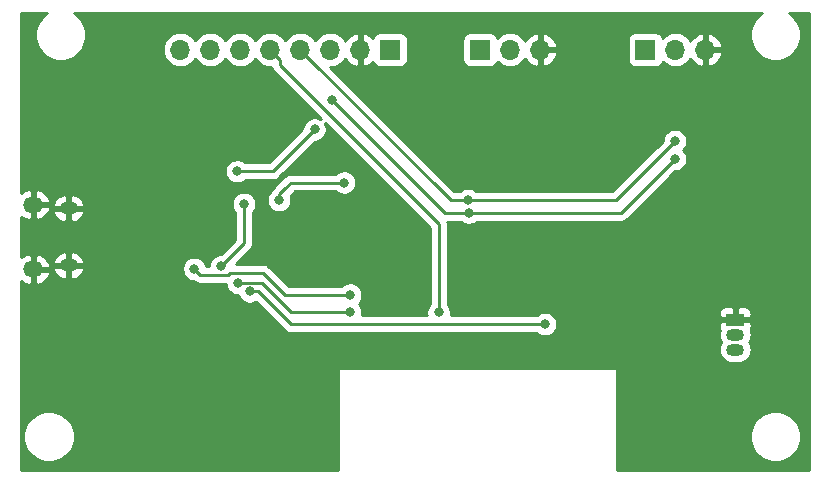
<source format=gbr>
G04 #@! TF.GenerationSoftware,KiCad,Pcbnew,(5.1.4)-1*
G04 #@! TF.CreationDate,2020-02-15T22:34:10+00:00*
G04 #@! TF.ProjectId,ESP32-Telemetry,45535033-322d-4546-956c-656d65747279,rev?*
G04 #@! TF.SameCoordinates,Original*
G04 #@! TF.FileFunction,Copper,L2,Bot*
G04 #@! TF.FilePolarity,Positive*
%FSLAX46Y46*%
G04 Gerber Fmt 4.6, Leading zero omitted, Abs format (unit mm)*
G04 Created by KiCad (PCBNEW (5.1.4)-1) date 2020-02-15 22:34:10*
%MOMM*%
%LPD*%
G04 APERTURE LIST*
%ADD10R,1.700000X1.700000*%
%ADD11O,1.700000X1.700000*%
%ADD12O,1.500000X1.050000*%
%ADD13R,1.500000X1.050000*%
%ADD14O,1.500000X1.100000*%
%ADD15O,1.700000X1.350000*%
%ADD16C,0.800000*%
%ADD17C,0.250000*%
%ADD18C,0.254000*%
G04 APERTURE END LIST*
D10*
X157500000Y-71750000D03*
D11*
X160040000Y-71750000D03*
X162580000Y-71750000D03*
D12*
X165100000Y-95885000D03*
X165100000Y-97155000D03*
D13*
X165100000Y-94615000D03*
D14*
X108666600Y-85185000D03*
X108666600Y-90025000D03*
D15*
X105666600Y-84875000D03*
X105666600Y-90335000D03*
D10*
X135890000Y-71750000D03*
D11*
X133350000Y-71750000D03*
X130810000Y-71750000D03*
X128270000Y-71750000D03*
X125730000Y-71750000D03*
X123190000Y-71750000D03*
X120650000Y-71750000D03*
X118110000Y-71750000D03*
X148580000Y-71750000D03*
X146040000Y-71750000D03*
D10*
X143500000Y-71750000D03*
D16*
X145288000Y-91440000D03*
X143764000Y-91440000D03*
X142240000Y-91440000D03*
X142240000Y-89916000D03*
X143764000Y-89916000D03*
X145288000Y-89916000D03*
X145288000Y-88392000D03*
X143764000Y-88392000D03*
X142240000Y-88392000D03*
X111506000Y-106426000D03*
X111506000Y-94996000D03*
X120650000Y-106426000D03*
X118618000Y-89154000D03*
X132334000Y-97790000D03*
X153670000Y-97790000D03*
X148590000Y-77724000D03*
X161290000Y-87630000D03*
X157480000Y-100330000D03*
X154305000Y-74930000D03*
X165100000Y-81915000D03*
X165100000Y-83185000D03*
X161290000Y-76200000D03*
X121285000Y-76000000D03*
X116000000Y-76000000D03*
X118500000Y-78500000D03*
X105500000Y-81000000D03*
X119000000Y-96500000D03*
X122000000Y-85000000D03*
X125775000Y-90000000D03*
X129500000Y-78500000D03*
X122931967Y-82047272D03*
X142558953Y-85558953D03*
X160000000Y-81000000D03*
X131000000Y-76000000D03*
X142500000Y-84500000D03*
X160000000Y-79500000D03*
X140000000Y-94000000D03*
X121568437Y-90099371D03*
X123515495Y-84811700D03*
X124000000Y-92225000D03*
X149000000Y-95000000D03*
X126500000Y-84500000D03*
X132000000Y-83000000D03*
X132500000Y-92500000D03*
X119308598Y-90308598D03*
X123000000Y-91500000D03*
X132500000Y-94000000D03*
D17*
X129500000Y-78500000D02*
X125952728Y-82047272D01*
X125952728Y-82047272D02*
X122931967Y-82047272D01*
X142558953Y-85558953D02*
X155441047Y-85558953D01*
X155441047Y-85558953D02*
X160000000Y-81000000D01*
X142558953Y-85558953D02*
X140558953Y-85558953D01*
X140558953Y-85558953D02*
X132500000Y-77500000D01*
X132500000Y-77500000D02*
X131000000Y-76000000D01*
X142500000Y-84500000D02*
X155000000Y-84500000D01*
X155000000Y-84500000D02*
X160000000Y-79500000D01*
X141020000Y-84500000D02*
X128270000Y-71750000D01*
X142500000Y-84500000D02*
X141020000Y-84500000D01*
X126579999Y-72599999D02*
X126579999Y-73079999D01*
X125730000Y-71750000D02*
X126579999Y-72599999D01*
X126579999Y-73079999D02*
X140000000Y-86500000D01*
X140000000Y-86500000D02*
X140000000Y-94000000D01*
X121568437Y-90099371D02*
X123515495Y-88152313D01*
X123515495Y-88152313D02*
X123515495Y-84811700D01*
X124000000Y-92225000D02*
X124725000Y-92225000D01*
X124725000Y-92225000D02*
X127225001Y-94725001D01*
X127225001Y-94725001D02*
X127500000Y-95000000D01*
X127500000Y-95000000D02*
X149000000Y-95000000D01*
X126500000Y-84500000D02*
X126500000Y-84000000D01*
X126500000Y-84000000D02*
X127000000Y-83500000D01*
X127000000Y-83500000D02*
X127500000Y-83000000D01*
X127500000Y-83000000D02*
X132000000Y-83000000D01*
X127000000Y-92500000D02*
X132500000Y-92500000D01*
X122358999Y-90641001D02*
X125141001Y-90641001D01*
X122175628Y-90824372D02*
X122358999Y-90641001D01*
X119308598Y-90308598D02*
X119824372Y-90824372D01*
X119824372Y-90824372D02*
X122175628Y-90824372D01*
X125141001Y-90641001D02*
X127000000Y-92500000D01*
X123000000Y-91500000D02*
X125000000Y-91500000D01*
X125000000Y-91500000D02*
X127500000Y-94000000D01*
X127500000Y-94000000D02*
X132500000Y-94000000D01*
D18*
G36*
X106617023Y-68814837D02*
G01*
X106314837Y-69117023D01*
X106077412Y-69472355D01*
X105913870Y-69867179D01*
X105830497Y-70286323D01*
X105830497Y-70713677D01*
X105913870Y-71132821D01*
X106077412Y-71527645D01*
X106314837Y-71882977D01*
X106617023Y-72185163D01*
X106972355Y-72422588D01*
X107367179Y-72586130D01*
X107786323Y-72669503D01*
X108213677Y-72669503D01*
X108632821Y-72586130D01*
X109027645Y-72422588D01*
X109382977Y-72185163D01*
X109685163Y-71882977D01*
X109774015Y-71750000D01*
X116617815Y-71750000D01*
X116646487Y-72041111D01*
X116731401Y-72321034D01*
X116869294Y-72579014D01*
X117054866Y-72805134D01*
X117280986Y-72990706D01*
X117538966Y-73128599D01*
X117818889Y-73213513D01*
X118037050Y-73235000D01*
X118182950Y-73235000D01*
X118401111Y-73213513D01*
X118681034Y-73128599D01*
X118939014Y-72990706D01*
X119165134Y-72805134D01*
X119350706Y-72579014D01*
X119380000Y-72524209D01*
X119409294Y-72579014D01*
X119594866Y-72805134D01*
X119820986Y-72990706D01*
X120078966Y-73128599D01*
X120358889Y-73213513D01*
X120577050Y-73235000D01*
X120722950Y-73235000D01*
X120941111Y-73213513D01*
X121221034Y-73128599D01*
X121479014Y-72990706D01*
X121705134Y-72805134D01*
X121890706Y-72579014D01*
X121920000Y-72524209D01*
X121949294Y-72579014D01*
X122134866Y-72805134D01*
X122360986Y-72990706D01*
X122618966Y-73128599D01*
X122898889Y-73213513D01*
X123117050Y-73235000D01*
X123262950Y-73235000D01*
X123481111Y-73213513D01*
X123761034Y-73128599D01*
X124019014Y-72990706D01*
X124245134Y-72805134D01*
X124430706Y-72579014D01*
X124460000Y-72524209D01*
X124489294Y-72579014D01*
X124674866Y-72805134D01*
X124900986Y-72990706D01*
X125158966Y-73128599D01*
X125438889Y-73213513D01*
X125657050Y-73235000D01*
X125802950Y-73235000D01*
X125831954Y-73232143D01*
X125874453Y-73372246D01*
X125945025Y-73504275D01*
X126039999Y-73620000D01*
X126068997Y-73643798D01*
X130043710Y-77618512D01*
X129990256Y-77582795D01*
X129801898Y-77504774D01*
X129601939Y-77465000D01*
X129398061Y-77465000D01*
X129198102Y-77504774D01*
X129009744Y-77582795D01*
X128840226Y-77696063D01*
X128696063Y-77840226D01*
X128582795Y-78009744D01*
X128504774Y-78198102D01*
X128465000Y-78398061D01*
X128465000Y-78460198D01*
X125637927Y-81287272D01*
X123635678Y-81287272D01*
X123591741Y-81243335D01*
X123422223Y-81130067D01*
X123233865Y-81052046D01*
X123033906Y-81012272D01*
X122830028Y-81012272D01*
X122630069Y-81052046D01*
X122441711Y-81130067D01*
X122272193Y-81243335D01*
X122128030Y-81387498D01*
X122014762Y-81557016D01*
X121936741Y-81745374D01*
X121896967Y-81945333D01*
X121896967Y-82149211D01*
X121936741Y-82349170D01*
X122014762Y-82537528D01*
X122128030Y-82707046D01*
X122272193Y-82851209D01*
X122441711Y-82964477D01*
X122630069Y-83042498D01*
X122830028Y-83082272D01*
X123033906Y-83082272D01*
X123233865Y-83042498D01*
X123422223Y-82964477D01*
X123591741Y-82851209D01*
X123635678Y-82807272D01*
X125915406Y-82807272D01*
X125952728Y-82810948D01*
X125990050Y-82807272D01*
X125990061Y-82807272D01*
X126101714Y-82796275D01*
X126244975Y-82752818D01*
X126377004Y-82682246D01*
X126492729Y-82587273D01*
X126516532Y-82558269D01*
X129539802Y-79535000D01*
X129601939Y-79535000D01*
X129801898Y-79495226D01*
X129990256Y-79417205D01*
X130159774Y-79303937D01*
X130303937Y-79159774D01*
X130417205Y-78990256D01*
X130495226Y-78801898D01*
X130535000Y-78601939D01*
X130535000Y-78398061D01*
X130495226Y-78198102D01*
X130417205Y-78009744D01*
X130381488Y-77956290D01*
X139240000Y-86814803D01*
X139240001Y-93296288D01*
X139196063Y-93340226D01*
X139082795Y-93509744D01*
X139004774Y-93698102D01*
X138965000Y-93898061D01*
X138965000Y-94101939D01*
X138992462Y-94240000D01*
X133507538Y-94240000D01*
X133535000Y-94101939D01*
X133535000Y-93898061D01*
X133495226Y-93698102D01*
X133417205Y-93509744D01*
X133303937Y-93340226D01*
X133213711Y-93250000D01*
X133303937Y-93159774D01*
X133417205Y-92990256D01*
X133495226Y-92801898D01*
X133535000Y-92601939D01*
X133535000Y-92398061D01*
X133495226Y-92198102D01*
X133417205Y-92009744D01*
X133303937Y-91840226D01*
X133159774Y-91696063D01*
X132990256Y-91582795D01*
X132801898Y-91504774D01*
X132601939Y-91465000D01*
X132398061Y-91465000D01*
X132198102Y-91504774D01*
X132009744Y-91582795D01*
X131840226Y-91696063D01*
X131796289Y-91740000D01*
X127314802Y-91740000D01*
X125704805Y-90130004D01*
X125681002Y-90101000D01*
X125565277Y-90006027D01*
X125433248Y-89935455D01*
X125289987Y-89891998D01*
X125178334Y-89881001D01*
X125178323Y-89881001D01*
X125141001Y-89877325D01*
X125103679Y-89881001D01*
X122861608Y-89881001D01*
X124026499Y-88716111D01*
X124055496Y-88692314D01*
X124150469Y-88576589D01*
X124221041Y-88444560D01*
X124264498Y-88301299D01*
X124275495Y-88189646D01*
X124275495Y-88189636D01*
X124279171Y-88152313D01*
X124275495Y-88114990D01*
X124275495Y-85515411D01*
X124319432Y-85471474D01*
X124432700Y-85301956D01*
X124510721Y-85113598D01*
X124550495Y-84913639D01*
X124550495Y-84709761D01*
X124510721Y-84509802D01*
X124464437Y-84398061D01*
X125465000Y-84398061D01*
X125465000Y-84601939D01*
X125504774Y-84801898D01*
X125582795Y-84990256D01*
X125696063Y-85159774D01*
X125840226Y-85303937D01*
X126009744Y-85417205D01*
X126198102Y-85495226D01*
X126398061Y-85535000D01*
X126601939Y-85535000D01*
X126801898Y-85495226D01*
X126990256Y-85417205D01*
X127159774Y-85303937D01*
X127303937Y-85159774D01*
X127417205Y-84990256D01*
X127495226Y-84801898D01*
X127535000Y-84601939D01*
X127535000Y-84398061D01*
X127495226Y-84198102D01*
X127460510Y-84114291D01*
X127814801Y-83760000D01*
X131296289Y-83760000D01*
X131340226Y-83803937D01*
X131509744Y-83917205D01*
X131698102Y-83995226D01*
X131898061Y-84035000D01*
X132101939Y-84035000D01*
X132301898Y-83995226D01*
X132490256Y-83917205D01*
X132659774Y-83803937D01*
X132803937Y-83659774D01*
X132917205Y-83490256D01*
X132995226Y-83301898D01*
X133035000Y-83101939D01*
X133035000Y-82898061D01*
X132995226Y-82698102D01*
X132917205Y-82509744D01*
X132803937Y-82340226D01*
X132659774Y-82196063D01*
X132490256Y-82082795D01*
X132301898Y-82004774D01*
X132101939Y-81965000D01*
X131898061Y-81965000D01*
X131698102Y-82004774D01*
X131509744Y-82082795D01*
X131340226Y-82196063D01*
X131296289Y-82240000D01*
X127537325Y-82240000D01*
X127500000Y-82236324D01*
X127462675Y-82240000D01*
X127462667Y-82240000D01*
X127351014Y-82250997D01*
X127207753Y-82294454D01*
X127075724Y-82365026D01*
X126959999Y-82459999D01*
X126936196Y-82489003D01*
X125988998Y-83436201D01*
X125960000Y-83459999D01*
X125865026Y-83575724D01*
X125794454Y-83707753D01*
X125779614Y-83756675D01*
X125696063Y-83840226D01*
X125582795Y-84009744D01*
X125504774Y-84198102D01*
X125465000Y-84398061D01*
X124464437Y-84398061D01*
X124432700Y-84321444D01*
X124319432Y-84151926D01*
X124175269Y-84007763D01*
X124005751Y-83894495D01*
X123817393Y-83816474D01*
X123617434Y-83776700D01*
X123413556Y-83776700D01*
X123213597Y-83816474D01*
X123025239Y-83894495D01*
X122855721Y-84007763D01*
X122711558Y-84151926D01*
X122598290Y-84321444D01*
X122520269Y-84509802D01*
X122480495Y-84709761D01*
X122480495Y-84913639D01*
X122520269Y-85113598D01*
X122598290Y-85301956D01*
X122711558Y-85471474D01*
X122755496Y-85515412D01*
X122755495Y-87837511D01*
X121528636Y-89064371D01*
X121466498Y-89064371D01*
X121266539Y-89104145D01*
X121078181Y-89182166D01*
X120908663Y-89295434D01*
X120764500Y-89439597D01*
X120651232Y-89609115D01*
X120573211Y-89797473D01*
X120533437Y-89997432D01*
X120533437Y-90064372D01*
X120315296Y-90064372D01*
X120303824Y-90006700D01*
X120225803Y-89818342D01*
X120112535Y-89648824D01*
X119968372Y-89504661D01*
X119798854Y-89391393D01*
X119610496Y-89313372D01*
X119410537Y-89273598D01*
X119206659Y-89273598D01*
X119006700Y-89313372D01*
X118818342Y-89391393D01*
X118648824Y-89504661D01*
X118504661Y-89648824D01*
X118391393Y-89818342D01*
X118313372Y-90006700D01*
X118273598Y-90206659D01*
X118273598Y-90410537D01*
X118313372Y-90610496D01*
X118391393Y-90798854D01*
X118504661Y-90968372D01*
X118648824Y-91112535D01*
X118818342Y-91225803D01*
X119006700Y-91303824D01*
X119206659Y-91343598D01*
X119267321Y-91343598D01*
X119284371Y-91364373D01*
X119325420Y-91398061D01*
X119400096Y-91459346D01*
X119532125Y-91529918D01*
X119675386Y-91573375D01*
X119824372Y-91588049D01*
X119861705Y-91584372D01*
X121965000Y-91584372D01*
X121965000Y-91601939D01*
X122004774Y-91801898D01*
X122082795Y-91990256D01*
X122196063Y-92159774D01*
X122340226Y-92303937D01*
X122509744Y-92417205D01*
X122698102Y-92495226D01*
X122898061Y-92535000D01*
X123008130Y-92535000D01*
X123082795Y-92715256D01*
X123196063Y-92884774D01*
X123340226Y-93028937D01*
X123509744Y-93142205D01*
X123698102Y-93220226D01*
X123898061Y-93260000D01*
X124101939Y-93260000D01*
X124301898Y-93220226D01*
X124490256Y-93142205D01*
X124536503Y-93111304D01*
X126713998Y-95288800D01*
X126714004Y-95288805D01*
X126936196Y-95510997D01*
X126959999Y-95540001D01*
X127075724Y-95634974D01*
X127207753Y-95705546D01*
X127351014Y-95749003D01*
X127462667Y-95760000D01*
X127462676Y-95760000D01*
X127499999Y-95763676D01*
X127537322Y-95760000D01*
X148296289Y-95760000D01*
X148340226Y-95803937D01*
X148509744Y-95917205D01*
X148698102Y-95995226D01*
X148898061Y-96035000D01*
X149101939Y-96035000D01*
X149301898Y-95995226D01*
X149490256Y-95917205D01*
X149538454Y-95885000D01*
X163709388Y-95885000D01*
X163731785Y-96112400D01*
X163798115Y-96331060D01*
X163899105Y-96520000D01*
X163798115Y-96708940D01*
X163731785Y-96927600D01*
X163709388Y-97155000D01*
X163731785Y-97382400D01*
X163798115Y-97601060D01*
X163905829Y-97802579D01*
X164050788Y-97979212D01*
X164227421Y-98124171D01*
X164428940Y-98231885D01*
X164647600Y-98298215D01*
X164818021Y-98315000D01*
X165381979Y-98315000D01*
X165552400Y-98298215D01*
X165771060Y-98231885D01*
X165972579Y-98124171D01*
X166149212Y-97979212D01*
X166294171Y-97802579D01*
X166401885Y-97601060D01*
X166468215Y-97382400D01*
X166490612Y-97155000D01*
X166468215Y-96927600D01*
X166401885Y-96708940D01*
X166300895Y-96520000D01*
X166401885Y-96331060D01*
X166468215Y-96112400D01*
X166490612Y-95885000D01*
X166468215Y-95657600D01*
X166404907Y-95448902D01*
X166439502Y-95384180D01*
X166475812Y-95264482D01*
X166488072Y-95140000D01*
X166485000Y-94900750D01*
X166326250Y-94742000D01*
X165553109Y-94742000D01*
X165552400Y-94741785D01*
X165381979Y-94725000D01*
X164818021Y-94725000D01*
X164647600Y-94741785D01*
X164646891Y-94742000D01*
X163873750Y-94742000D01*
X163715000Y-94900750D01*
X163711928Y-95140000D01*
X163724188Y-95264482D01*
X163760498Y-95384180D01*
X163795093Y-95448902D01*
X163731785Y-95657600D01*
X163709388Y-95885000D01*
X149538454Y-95885000D01*
X149659774Y-95803937D01*
X149803937Y-95659774D01*
X149917205Y-95490256D01*
X149995226Y-95301898D01*
X150035000Y-95101939D01*
X150035000Y-94898061D01*
X149995226Y-94698102D01*
X149917205Y-94509744D01*
X149803937Y-94340226D01*
X149659774Y-94196063D01*
X149501040Y-94090000D01*
X163711928Y-94090000D01*
X163715000Y-94329250D01*
X163873750Y-94488000D01*
X164973000Y-94488000D01*
X164973000Y-93613750D01*
X165227000Y-93613750D01*
X165227000Y-94488000D01*
X166326250Y-94488000D01*
X166485000Y-94329250D01*
X166488072Y-94090000D01*
X166475812Y-93965518D01*
X166439502Y-93845820D01*
X166380537Y-93735506D01*
X166301185Y-93638815D01*
X166204494Y-93559463D01*
X166094180Y-93500498D01*
X165974482Y-93464188D01*
X165850000Y-93451928D01*
X165385750Y-93455000D01*
X165227000Y-93613750D01*
X164973000Y-93613750D01*
X164814250Y-93455000D01*
X164350000Y-93451928D01*
X164225518Y-93464188D01*
X164105820Y-93500498D01*
X163995506Y-93559463D01*
X163898815Y-93638815D01*
X163819463Y-93735506D01*
X163760498Y-93845820D01*
X163724188Y-93965518D01*
X163711928Y-94090000D01*
X149501040Y-94090000D01*
X149490256Y-94082795D01*
X149301898Y-94004774D01*
X149101939Y-93965000D01*
X148898061Y-93965000D01*
X148698102Y-94004774D01*
X148509744Y-94082795D01*
X148340226Y-94196063D01*
X148296289Y-94240000D01*
X141007538Y-94240000D01*
X141035000Y-94101939D01*
X141035000Y-93898061D01*
X140995226Y-93698102D01*
X140917205Y-93509744D01*
X140803937Y-93340226D01*
X140760000Y-93296289D01*
X140760000Y-86537322D01*
X140763676Y-86499999D01*
X140760000Y-86462676D01*
X140760000Y-86462667D01*
X140749003Y-86351014D01*
X140739278Y-86318953D01*
X141855242Y-86318953D01*
X141899179Y-86362890D01*
X142068697Y-86476158D01*
X142257055Y-86554179D01*
X142457014Y-86593953D01*
X142660892Y-86593953D01*
X142860851Y-86554179D01*
X143049209Y-86476158D01*
X143218727Y-86362890D01*
X143262664Y-86318953D01*
X155403725Y-86318953D01*
X155441047Y-86322629D01*
X155478369Y-86318953D01*
X155478380Y-86318953D01*
X155590033Y-86307956D01*
X155733294Y-86264499D01*
X155865323Y-86193927D01*
X155981048Y-86098954D01*
X156004851Y-86069950D01*
X160039802Y-82035000D01*
X160101939Y-82035000D01*
X160301898Y-81995226D01*
X160490256Y-81917205D01*
X160659774Y-81803937D01*
X160803937Y-81659774D01*
X160917205Y-81490256D01*
X160995226Y-81301898D01*
X161035000Y-81101939D01*
X161035000Y-80898061D01*
X160995226Y-80698102D01*
X160917205Y-80509744D01*
X160803937Y-80340226D01*
X160713711Y-80250000D01*
X160803937Y-80159774D01*
X160917205Y-79990256D01*
X160995226Y-79801898D01*
X161035000Y-79601939D01*
X161035000Y-79398061D01*
X160995226Y-79198102D01*
X160917205Y-79009744D01*
X160803937Y-78840226D01*
X160659774Y-78696063D01*
X160490256Y-78582795D01*
X160301898Y-78504774D01*
X160101939Y-78465000D01*
X159898061Y-78465000D01*
X159698102Y-78504774D01*
X159509744Y-78582795D01*
X159340226Y-78696063D01*
X159196063Y-78840226D01*
X159082795Y-79009744D01*
X159004774Y-79198102D01*
X158965000Y-79398061D01*
X158965000Y-79460198D01*
X154685199Y-83740000D01*
X143203711Y-83740000D01*
X143159774Y-83696063D01*
X142990256Y-83582795D01*
X142801898Y-83504774D01*
X142601939Y-83465000D01*
X142398061Y-83465000D01*
X142198102Y-83504774D01*
X142009744Y-83582795D01*
X141840226Y-83696063D01*
X141796289Y-83740000D01*
X141334802Y-83740000D01*
X130829801Y-73235000D01*
X130882950Y-73235000D01*
X131101111Y-73213513D01*
X131381034Y-73128599D01*
X131639014Y-72990706D01*
X131865134Y-72805134D01*
X132050706Y-72579014D01*
X132085201Y-72514477D01*
X132154822Y-72631355D01*
X132349731Y-72847588D01*
X132583080Y-73021641D01*
X132845901Y-73146825D01*
X132993110Y-73191476D01*
X133223000Y-73070155D01*
X133223000Y-71877000D01*
X133203000Y-71877000D01*
X133203000Y-71623000D01*
X133223000Y-71623000D01*
X133223000Y-70429845D01*
X133477000Y-70429845D01*
X133477000Y-71623000D01*
X133497000Y-71623000D01*
X133497000Y-71877000D01*
X133477000Y-71877000D01*
X133477000Y-73070155D01*
X133706890Y-73191476D01*
X133854099Y-73146825D01*
X134116920Y-73021641D01*
X134350269Y-72847588D01*
X134426034Y-72763534D01*
X134450498Y-72844180D01*
X134509463Y-72954494D01*
X134588815Y-73051185D01*
X134685506Y-73130537D01*
X134795820Y-73189502D01*
X134915518Y-73225812D01*
X135040000Y-73238072D01*
X136740000Y-73238072D01*
X136864482Y-73225812D01*
X136984180Y-73189502D01*
X137094494Y-73130537D01*
X137191185Y-73051185D01*
X137270537Y-72954494D01*
X137329502Y-72844180D01*
X137365812Y-72724482D01*
X137378072Y-72600000D01*
X137378072Y-70900000D01*
X142011928Y-70900000D01*
X142011928Y-72600000D01*
X142024188Y-72724482D01*
X142060498Y-72844180D01*
X142119463Y-72954494D01*
X142198815Y-73051185D01*
X142295506Y-73130537D01*
X142405820Y-73189502D01*
X142525518Y-73225812D01*
X142650000Y-73238072D01*
X144350000Y-73238072D01*
X144474482Y-73225812D01*
X144594180Y-73189502D01*
X144704494Y-73130537D01*
X144801185Y-73051185D01*
X144880537Y-72954494D01*
X144939502Y-72844180D01*
X144960393Y-72775313D01*
X144984866Y-72805134D01*
X145210986Y-72990706D01*
X145468966Y-73128599D01*
X145748889Y-73213513D01*
X145967050Y-73235000D01*
X146112950Y-73235000D01*
X146331111Y-73213513D01*
X146611034Y-73128599D01*
X146869014Y-72990706D01*
X147095134Y-72805134D01*
X147280706Y-72579014D01*
X147315201Y-72514477D01*
X147384822Y-72631355D01*
X147579731Y-72847588D01*
X147813080Y-73021641D01*
X148075901Y-73146825D01*
X148223110Y-73191476D01*
X148453000Y-73070155D01*
X148453000Y-71877000D01*
X148707000Y-71877000D01*
X148707000Y-73070155D01*
X148936890Y-73191476D01*
X149084099Y-73146825D01*
X149346920Y-73021641D01*
X149580269Y-72847588D01*
X149775178Y-72631355D01*
X149924157Y-72381252D01*
X150021481Y-72106891D01*
X149900814Y-71877000D01*
X148707000Y-71877000D01*
X148453000Y-71877000D01*
X148433000Y-71877000D01*
X148433000Y-71623000D01*
X148453000Y-71623000D01*
X148453000Y-70429845D01*
X148707000Y-70429845D01*
X148707000Y-71623000D01*
X149900814Y-71623000D01*
X150021481Y-71393109D01*
X149924157Y-71118748D01*
X149793856Y-70900000D01*
X156011928Y-70900000D01*
X156011928Y-72600000D01*
X156024188Y-72724482D01*
X156060498Y-72844180D01*
X156119463Y-72954494D01*
X156198815Y-73051185D01*
X156295506Y-73130537D01*
X156405820Y-73189502D01*
X156525518Y-73225812D01*
X156650000Y-73238072D01*
X158350000Y-73238072D01*
X158474482Y-73225812D01*
X158594180Y-73189502D01*
X158704494Y-73130537D01*
X158801185Y-73051185D01*
X158880537Y-72954494D01*
X158939502Y-72844180D01*
X158960393Y-72775313D01*
X158984866Y-72805134D01*
X159210986Y-72990706D01*
X159468966Y-73128599D01*
X159748889Y-73213513D01*
X159967050Y-73235000D01*
X160112950Y-73235000D01*
X160331111Y-73213513D01*
X160611034Y-73128599D01*
X160869014Y-72990706D01*
X161095134Y-72805134D01*
X161280706Y-72579014D01*
X161315201Y-72514477D01*
X161384822Y-72631355D01*
X161579731Y-72847588D01*
X161813080Y-73021641D01*
X162075901Y-73146825D01*
X162223110Y-73191476D01*
X162453000Y-73070155D01*
X162453000Y-71877000D01*
X162707000Y-71877000D01*
X162707000Y-73070155D01*
X162936890Y-73191476D01*
X163084099Y-73146825D01*
X163346920Y-73021641D01*
X163580269Y-72847588D01*
X163775178Y-72631355D01*
X163924157Y-72381252D01*
X164021481Y-72106891D01*
X163900814Y-71877000D01*
X162707000Y-71877000D01*
X162453000Y-71877000D01*
X162433000Y-71877000D01*
X162433000Y-71623000D01*
X162453000Y-71623000D01*
X162453000Y-70429845D01*
X162707000Y-70429845D01*
X162707000Y-71623000D01*
X163900814Y-71623000D01*
X164021481Y-71393109D01*
X163924157Y-71118748D01*
X163775178Y-70868645D01*
X163580269Y-70652412D01*
X163346920Y-70478359D01*
X163084099Y-70353175D01*
X162936890Y-70308524D01*
X162707000Y-70429845D01*
X162453000Y-70429845D01*
X162223110Y-70308524D01*
X162075901Y-70353175D01*
X161813080Y-70478359D01*
X161579731Y-70652412D01*
X161384822Y-70868645D01*
X161315201Y-70985523D01*
X161280706Y-70920986D01*
X161095134Y-70694866D01*
X160869014Y-70509294D01*
X160611034Y-70371401D01*
X160331111Y-70286487D01*
X160112950Y-70265000D01*
X159967050Y-70265000D01*
X159748889Y-70286487D01*
X159468966Y-70371401D01*
X159210986Y-70509294D01*
X158984866Y-70694866D01*
X158960393Y-70724687D01*
X158939502Y-70655820D01*
X158880537Y-70545506D01*
X158801185Y-70448815D01*
X158704494Y-70369463D01*
X158594180Y-70310498D01*
X158474482Y-70274188D01*
X158350000Y-70261928D01*
X156650000Y-70261928D01*
X156525518Y-70274188D01*
X156405820Y-70310498D01*
X156295506Y-70369463D01*
X156198815Y-70448815D01*
X156119463Y-70545506D01*
X156060498Y-70655820D01*
X156024188Y-70775518D01*
X156011928Y-70900000D01*
X149793856Y-70900000D01*
X149775178Y-70868645D01*
X149580269Y-70652412D01*
X149346920Y-70478359D01*
X149084099Y-70353175D01*
X148936890Y-70308524D01*
X148707000Y-70429845D01*
X148453000Y-70429845D01*
X148223110Y-70308524D01*
X148075901Y-70353175D01*
X147813080Y-70478359D01*
X147579731Y-70652412D01*
X147384822Y-70868645D01*
X147315201Y-70985523D01*
X147280706Y-70920986D01*
X147095134Y-70694866D01*
X146869014Y-70509294D01*
X146611034Y-70371401D01*
X146331111Y-70286487D01*
X146112950Y-70265000D01*
X145967050Y-70265000D01*
X145748889Y-70286487D01*
X145468966Y-70371401D01*
X145210986Y-70509294D01*
X144984866Y-70694866D01*
X144960393Y-70724687D01*
X144939502Y-70655820D01*
X144880537Y-70545506D01*
X144801185Y-70448815D01*
X144704494Y-70369463D01*
X144594180Y-70310498D01*
X144474482Y-70274188D01*
X144350000Y-70261928D01*
X142650000Y-70261928D01*
X142525518Y-70274188D01*
X142405820Y-70310498D01*
X142295506Y-70369463D01*
X142198815Y-70448815D01*
X142119463Y-70545506D01*
X142060498Y-70655820D01*
X142024188Y-70775518D01*
X142011928Y-70900000D01*
X137378072Y-70900000D01*
X137365812Y-70775518D01*
X137329502Y-70655820D01*
X137270537Y-70545506D01*
X137191185Y-70448815D01*
X137094494Y-70369463D01*
X136984180Y-70310498D01*
X136864482Y-70274188D01*
X136740000Y-70261928D01*
X135040000Y-70261928D01*
X134915518Y-70274188D01*
X134795820Y-70310498D01*
X134685506Y-70369463D01*
X134588815Y-70448815D01*
X134509463Y-70545506D01*
X134450498Y-70655820D01*
X134426034Y-70736466D01*
X134350269Y-70652412D01*
X134116920Y-70478359D01*
X133854099Y-70353175D01*
X133706890Y-70308524D01*
X133477000Y-70429845D01*
X133223000Y-70429845D01*
X132993110Y-70308524D01*
X132845901Y-70353175D01*
X132583080Y-70478359D01*
X132349731Y-70652412D01*
X132154822Y-70868645D01*
X132085201Y-70985523D01*
X132050706Y-70920986D01*
X131865134Y-70694866D01*
X131639014Y-70509294D01*
X131381034Y-70371401D01*
X131101111Y-70286487D01*
X130882950Y-70265000D01*
X130737050Y-70265000D01*
X130518889Y-70286487D01*
X130238966Y-70371401D01*
X129980986Y-70509294D01*
X129754866Y-70694866D01*
X129569294Y-70920986D01*
X129540000Y-70975791D01*
X129510706Y-70920986D01*
X129325134Y-70694866D01*
X129099014Y-70509294D01*
X128841034Y-70371401D01*
X128561111Y-70286487D01*
X128342950Y-70265000D01*
X128197050Y-70265000D01*
X127978889Y-70286487D01*
X127698966Y-70371401D01*
X127440986Y-70509294D01*
X127214866Y-70694866D01*
X127029294Y-70920986D01*
X127000000Y-70975791D01*
X126970706Y-70920986D01*
X126785134Y-70694866D01*
X126559014Y-70509294D01*
X126301034Y-70371401D01*
X126021111Y-70286487D01*
X125802950Y-70265000D01*
X125657050Y-70265000D01*
X125438889Y-70286487D01*
X125158966Y-70371401D01*
X124900986Y-70509294D01*
X124674866Y-70694866D01*
X124489294Y-70920986D01*
X124460000Y-70975791D01*
X124430706Y-70920986D01*
X124245134Y-70694866D01*
X124019014Y-70509294D01*
X123761034Y-70371401D01*
X123481111Y-70286487D01*
X123262950Y-70265000D01*
X123117050Y-70265000D01*
X122898889Y-70286487D01*
X122618966Y-70371401D01*
X122360986Y-70509294D01*
X122134866Y-70694866D01*
X121949294Y-70920986D01*
X121920000Y-70975791D01*
X121890706Y-70920986D01*
X121705134Y-70694866D01*
X121479014Y-70509294D01*
X121221034Y-70371401D01*
X120941111Y-70286487D01*
X120722950Y-70265000D01*
X120577050Y-70265000D01*
X120358889Y-70286487D01*
X120078966Y-70371401D01*
X119820986Y-70509294D01*
X119594866Y-70694866D01*
X119409294Y-70920986D01*
X119380000Y-70975791D01*
X119350706Y-70920986D01*
X119165134Y-70694866D01*
X118939014Y-70509294D01*
X118681034Y-70371401D01*
X118401111Y-70286487D01*
X118182950Y-70265000D01*
X118037050Y-70265000D01*
X117818889Y-70286487D01*
X117538966Y-70371401D01*
X117280986Y-70509294D01*
X117054866Y-70694866D01*
X116869294Y-70920986D01*
X116731401Y-71178966D01*
X116646487Y-71458889D01*
X116617815Y-71750000D01*
X109774015Y-71750000D01*
X109922588Y-71527645D01*
X110086130Y-71132821D01*
X110169503Y-70713677D01*
X110169503Y-70286323D01*
X110086130Y-69867179D01*
X109922588Y-69472355D01*
X109685163Y-69117023D01*
X109382977Y-68814837D01*
X109151247Y-68660000D01*
X167348753Y-68660000D01*
X167117023Y-68814837D01*
X166814837Y-69117023D01*
X166577412Y-69472355D01*
X166413870Y-69867179D01*
X166330497Y-70286323D01*
X166330497Y-70713677D01*
X166413870Y-71132821D01*
X166577412Y-71527645D01*
X166814837Y-71882977D01*
X167117023Y-72185163D01*
X167472355Y-72422588D01*
X167867179Y-72586130D01*
X168286323Y-72669503D01*
X168713677Y-72669503D01*
X169132821Y-72586130D01*
X169527645Y-72422588D01*
X169882977Y-72185163D01*
X170185163Y-71882977D01*
X170422588Y-71527645D01*
X170586130Y-71132821D01*
X170669503Y-70713677D01*
X170669503Y-70286323D01*
X170586130Y-69867179D01*
X170422588Y-69472355D01*
X170185163Y-69117023D01*
X169882977Y-68814837D01*
X169651247Y-68660000D01*
X171340000Y-68660000D01*
X171340001Y-107340000D01*
X155067000Y-107340000D01*
X155067000Y-104286323D01*
X166330497Y-104286323D01*
X166330497Y-104713677D01*
X166413870Y-105132821D01*
X166577412Y-105527645D01*
X166814837Y-105882977D01*
X167117023Y-106185163D01*
X167472355Y-106422588D01*
X167867179Y-106586130D01*
X168286323Y-106669503D01*
X168713677Y-106669503D01*
X169132821Y-106586130D01*
X169527645Y-106422588D01*
X169882977Y-106185163D01*
X170185163Y-105882977D01*
X170422588Y-105527645D01*
X170586130Y-105132821D01*
X170669503Y-104713677D01*
X170669503Y-104286323D01*
X170586130Y-103867179D01*
X170422588Y-103472355D01*
X170185163Y-103117023D01*
X169882977Y-102814837D01*
X169527645Y-102577412D01*
X169132821Y-102413870D01*
X168713677Y-102330497D01*
X168286323Y-102330497D01*
X167867179Y-102413870D01*
X167472355Y-102577412D01*
X167117023Y-102814837D01*
X166814837Y-103117023D01*
X166577412Y-103472355D01*
X166413870Y-103867179D01*
X166330497Y-104286323D01*
X155067000Y-104286323D01*
X155067000Y-98806000D01*
X155064560Y-98781224D01*
X155057333Y-98757399D01*
X155045597Y-98735443D01*
X155029803Y-98716197D01*
X155010557Y-98700403D01*
X154988601Y-98688667D01*
X154964776Y-98681440D01*
X154940000Y-98679000D01*
X131572000Y-98679000D01*
X131547224Y-98681440D01*
X131523399Y-98688667D01*
X131501443Y-98700403D01*
X131482197Y-98716197D01*
X131466403Y-98735443D01*
X131454667Y-98757399D01*
X131447440Y-98781224D01*
X131445000Y-98806000D01*
X131445000Y-107340000D01*
X104660000Y-107340000D01*
X104660000Y-104286323D01*
X104830497Y-104286323D01*
X104830497Y-104713677D01*
X104913870Y-105132821D01*
X105077412Y-105527645D01*
X105314837Y-105882977D01*
X105617023Y-106185163D01*
X105972355Y-106422588D01*
X106367179Y-106586130D01*
X106786323Y-106669503D01*
X107213677Y-106669503D01*
X107632821Y-106586130D01*
X108027645Y-106422588D01*
X108382977Y-106185163D01*
X108685163Y-105882977D01*
X108922588Y-105527645D01*
X109086130Y-105132821D01*
X109169503Y-104713677D01*
X109169503Y-104286323D01*
X109086130Y-103867179D01*
X108922588Y-103472355D01*
X108685163Y-103117023D01*
X108382977Y-102814837D01*
X108027645Y-102577412D01*
X107632821Y-102413870D01*
X107213677Y-102330497D01*
X106786323Y-102330497D01*
X106367179Y-102413870D01*
X105972355Y-102577412D01*
X105617023Y-102814837D01*
X105314837Y-103117023D01*
X105077412Y-103472355D01*
X104913870Y-103867179D01*
X104830497Y-104286323D01*
X104660000Y-104286323D01*
X104660000Y-91348045D01*
X104846839Y-91479019D01*
X105082415Y-91582824D01*
X105333716Y-91638675D01*
X105539600Y-91488573D01*
X105539600Y-90462000D01*
X105793600Y-90462000D01*
X105793600Y-91488573D01*
X105999484Y-91638675D01*
X106250785Y-91582824D01*
X106486361Y-91479019D01*
X106697159Y-91331250D01*
X106875078Y-91145196D01*
X107013281Y-90928007D01*
X107106457Y-90688029D01*
X107109510Y-90664400D01*
X106985824Y-90462000D01*
X105793600Y-90462000D01*
X105539600Y-90462000D01*
X105519600Y-90462000D01*
X105519600Y-90334744D01*
X107322797Y-90334744D01*
X107327589Y-90373526D01*
X107417469Y-90589039D01*
X107547666Y-90782877D01*
X107713178Y-90947590D01*
X107907643Y-91076848D01*
X108123589Y-91165684D01*
X108352716Y-91210684D01*
X108539600Y-91055152D01*
X108539600Y-90152000D01*
X108793600Y-90152000D01*
X108793600Y-91055152D01*
X108980484Y-91210684D01*
X109209611Y-91165684D01*
X109425557Y-91076848D01*
X109620022Y-90947590D01*
X109785534Y-90782877D01*
X109915731Y-90589039D01*
X110005611Y-90373526D01*
X110010403Y-90334744D01*
X109884961Y-90152000D01*
X108793600Y-90152000D01*
X108539600Y-90152000D01*
X107448239Y-90152000D01*
X107322797Y-90334744D01*
X105519600Y-90334744D01*
X105519600Y-90208000D01*
X105539600Y-90208000D01*
X105539600Y-89181427D01*
X105793600Y-89181427D01*
X105793600Y-90208000D01*
X106985824Y-90208000D01*
X107109510Y-90005600D01*
X107106457Y-89981971D01*
X107013281Y-89741993D01*
X106996268Y-89715256D01*
X107322797Y-89715256D01*
X107448239Y-89898000D01*
X108539600Y-89898000D01*
X108539600Y-88994848D01*
X108793600Y-88994848D01*
X108793600Y-89898000D01*
X109884961Y-89898000D01*
X110010403Y-89715256D01*
X110005611Y-89676474D01*
X109915731Y-89460961D01*
X109785534Y-89267123D01*
X109620022Y-89102410D01*
X109425557Y-88973152D01*
X109209611Y-88884316D01*
X108980484Y-88839316D01*
X108793600Y-88994848D01*
X108539600Y-88994848D01*
X108352716Y-88839316D01*
X108123589Y-88884316D01*
X107907643Y-88973152D01*
X107713178Y-89102410D01*
X107547666Y-89267123D01*
X107417469Y-89460961D01*
X107327589Y-89676474D01*
X107322797Y-89715256D01*
X106996268Y-89715256D01*
X106875078Y-89524804D01*
X106697159Y-89338750D01*
X106486361Y-89190981D01*
X106250785Y-89087176D01*
X105999484Y-89031325D01*
X105793600Y-89181427D01*
X105539600Y-89181427D01*
X105333716Y-89031325D01*
X105082415Y-89087176D01*
X104846839Y-89190981D01*
X104660000Y-89321955D01*
X104660000Y-85888045D01*
X104846839Y-86019019D01*
X105082415Y-86122824D01*
X105333716Y-86178675D01*
X105539600Y-86028573D01*
X105539600Y-85002000D01*
X105793600Y-85002000D01*
X105793600Y-86028573D01*
X105999484Y-86178675D01*
X106250785Y-86122824D01*
X106486361Y-86019019D01*
X106697159Y-85871250D01*
X106875078Y-85685196D01*
X106996267Y-85494744D01*
X107322797Y-85494744D01*
X107327589Y-85533526D01*
X107417469Y-85749039D01*
X107547666Y-85942877D01*
X107713178Y-86107590D01*
X107907643Y-86236848D01*
X108123589Y-86325684D01*
X108352716Y-86370684D01*
X108539600Y-86215152D01*
X108539600Y-85312000D01*
X108793600Y-85312000D01*
X108793600Y-86215152D01*
X108980484Y-86370684D01*
X109209611Y-86325684D01*
X109425557Y-86236848D01*
X109620022Y-86107590D01*
X109785534Y-85942877D01*
X109915731Y-85749039D01*
X110005611Y-85533526D01*
X110010403Y-85494744D01*
X109884961Y-85312000D01*
X108793600Y-85312000D01*
X108539600Y-85312000D01*
X107448239Y-85312000D01*
X107322797Y-85494744D01*
X106996267Y-85494744D01*
X107013281Y-85468007D01*
X107106457Y-85228029D01*
X107109510Y-85204400D01*
X106985824Y-85002000D01*
X105793600Y-85002000D01*
X105539600Y-85002000D01*
X105519600Y-85002000D01*
X105519600Y-84875256D01*
X107322797Y-84875256D01*
X107448239Y-85058000D01*
X108539600Y-85058000D01*
X108539600Y-84154848D01*
X108793600Y-84154848D01*
X108793600Y-85058000D01*
X109884961Y-85058000D01*
X110010403Y-84875256D01*
X110005611Y-84836474D01*
X109915731Y-84620961D01*
X109785534Y-84427123D01*
X109620022Y-84262410D01*
X109425557Y-84133152D01*
X109209611Y-84044316D01*
X108980484Y-83999316D01*
X108793600Y-84154848D01*
X108539600Y-84154848D01*
X108352716Y-83999316D01*
X108123589Y-84044316D01*
X107907643Y-84133152D01*
X107713178Y-84262410D01*
X107547666Y-84427123D01*
X107417469Y-84620961D01*
X107327589Y-84836474D01*
X107322797Y-84875256D01*
X105519600Y-84875256D01*
X105519600Y-84748000D01*
X105539600Y-84748000D01*
X105539600Y-83721427D01*
X105793600Y-83721427D01*
X105793600Y-84748000D01*
X106985824Y-84748000D01*
X107109510Y-84545600D01*
X107106457Y-84521971D01*
X107013281Y-84281993D01*
X106875078Y-84064804D01*
X106697159Y-83878750D01*
X106486361Y-83730981D01*
X106250785Y-83627176D01*
X105999484Y-83571325D01*
X105793600Y-83721427D01*
X105539600Y-83721427D01*
X105333716Y-83571325D01*
X105082415Y-83627176D01*
X104846839Y-83730981D01*
X104660000Y-83861955D01*
X104660000Y-68660000D01*
X106848753Y-68660000D01*
X106617023Y-68814837D01*
X106617023Y-68814837D01*
G37*
X106617023Y-68814837D02*
X106314837Y-69117023D01*
X106077412Y-69472355D01*
X105913870Y-69867179D01*
X105830497Y-70286323D01*
X105830497Y-70713677D01*
X105913870Y-71132821D01*
X106077412Y-71527645D01*
X106314837Y-71882977D01*
X106617023Y-72185163D01*
X106972355Y-72422588D01*
X107367179Y-72586130D01*
X107786323Y-72669503D01*
X108213677Y-72669503D01*
X108632821Y-72586130D01*
X109027645Y-72422588D01*
X109382977Y-72185163D01*
X109685163Y-71882977D01*
X109774015Y-71750000D01*
X116617815Y-71750000D01*
X116646487Y-72041111D01*
X116731401Y-72321034D01*
X116869294Y-72579014D01*
X117054866Y-72805134D01*
X117280986Y-72990706D01*
X117538966Y-73128599D01*
X117818889Y-73213513D01*
X118037050Y-73235000D01*
X118182950Y-73235000D01*
X118401111Y-73213513D01*
X118681034Y-73128599D01*
X118939014Y-72990706D01*
X119165134Y-72805134D01*
X119350706Y-72579014D01*
X119380000Y-72524209D01*
X119409294Y-72579014D01*
X119594866Y-72805134D01*
X119820986Y-72990706D01*
X120078966Y-73128599D01*
X120358889Y-73213513D01*
X120577050Y-73235000D01*
X120722950Y-73235000D01*
X120941111Y-73213513D01*
X121221034Y-73128599D01*
X121479014Y-72990706D01*
X121705134Y-72805134D01*
X121890706Y-72579014D01*
X121920000Y-72524209D01*
X121949294Y-72579014D01*
X122134866Y-72805134D01*
X122360986Y-72990706D01*
X122618966Y-73128599D01*
X122898889Y-73213513D01*
X123117050Y-73235000D01*
X123262950Y-73235000D01*
X123481111Y-73213513D01*
X123761034Y-73128599D01*
X124019014Y-72990706D01*
X124245134Y-72805134D01*
X124430706Y-72579014D01*
X124460000Y-72524209D01*
X124489294Y-72579014D01*
X124674866Y-72805134D01*
X124900986Y-72990706D01*
X125158966Y-73128599D01*
X125438889Y-73213513D01*
X125657050Y-73235000D01*
X125802950Y-73235000D01*
X125831954Y-73232143D01*
X125874453Y-73372246D01*
X125945025Y-73504275D01*
X126039999Y-73620000D01*
X126068997Y-73643798D01*
X130043710Y-77618512D01*
X129990256Y-77582795D01*
X129801898Y-77504774D01*
X129601939Y-77465000D01*
X129398061Y-77465000D01*
X129198102Y-77504774D01*
X129009744Y-77582795D01*
X128840226Y-77696063D01*
X128696063Y-77840226D01*
X128582795Y-78009744D01*
X128504774Y-78198102D01*
X128465000Y-78398061D01*
X128465000Y-78460198D01*
X125637927Y-81287272D01*
X123635678Y-81287272D01*
X123591741Y-81243335D01*
X123422223Y-81130067D01*
X123233865Y-81052046D01*
X123033906Y-81012272D01*
X122830028Y-81012272D01*
X122630069Y-81052046D01*
X122441711Y-81130067D01*
X122272193Y-81243335D01*
X122128030Y-81387498D01*
X122014762Y-81557016D01*
X121936741Y-81745374D01*
X121896967Y-81945333D01*
X121896967Y-82149211D01*
X121936741Y-82349170D01*
X122014762Y-82537528D01*
X122128030Y-82707046D01*
X122272193Y-82851209D01*
X122441711Y-82964477D01*
X122630069Y-83042498D01*
X122830028Y-83082272D01*
X123033906Y-83082272D01*
X123233865Y-83042498D01*
X123422223Y-82964477D01*
X123591741Y-82851209D01*
X123635678Y-82807272D01*
X125915406Y-82807272D01*
X125952728Y-82810948D01*
X125990050Y-82807272D01*
X125990061Y-82807272D01*
X126101714Y-82796275D01*
X126244975Y-82752818D01*
X126377004Y-82682246D01*
X126492729Y-82587273D01*
X126516532Y-82558269D01*
X129539802Y-79535000D01*
X129601939Y-79535000D01*
X129801898Y-79495226D01*
X129990256Y-79417205D01*
X130159774Y-79303937D01*
X130303937Y-79159774D01*
X130417205Y-78990256D01*
X130495226Y-78801898D01*
X130535000Y-78601939D01*
X130535000Y-78398061D01*
X130495226Y-78198102D01*
X130417205Y-78009744D01*
X130381488Y-77956290D01*
X139240000Y-86814803D01*
X139240001Y-93296288D01*
X139196063Y-93340226D01*
X139082795Y-93509744D01*
X139004774Y-93698102D01*
X138965000Y-93898061D01*
X138965000Y-94101939D01*
X138992462Y-94240000D01*
X133507538Y-94240000D01*
X133535000Y-94101939D01*
X133535000Y-93898061D01*
X133495226Y-93698102D01*
X133417205Y-93509744D01*
X133303937Y-93340226D01*
X133213711Y-93250000D01*
X133303937Y-93159774D01*
X133417205Y-92990256D01*
X133495226Y-92801898D01*
X133535000Y-92601939D01*
X133535000Y-92398061D01*
X133495226Y-92198102D01*
X133417205Y-92009744D01*
X133303937Y-91840226D01*
X133159774Y-91696063D01*
X132990256Y-91582795D01*
X132801898Y-91504774D01*
X132601939Y-91465000D01*
X132398061Y-91465000D01*
X132198102Y-91504774D01*
X132009744Y-91582795D01*
X131840226Y-91696063D01*
X131796289Y-91740000D01*
X127314802Y-91740000D01*
X125704805Y-90130004D01*
X125681002Y-90101000D01*
X125565277Y-90006027D01*
X125433248Y-89935455D01*
X125289987Y-89891998D01*
X125178334Y-89881001D01*
X125178323Y-89881001D01*
X125141001Y-89877325D01*
X125103679Y-89881001D01*
X122861608Y-89881001D01*
X124026499Y-88716111D01*
X124055496Y-88692314D01*
X124150469Y-88576589D01*
X124221041Y-88444560D01*
X124264498Y-88301299D01*
X124275495Y-88189646D01*
X124275495Y-88189636D01*
X124279171Y-88152313D01*
X124275495Y-88114990D01*
X124275495Y-85515411D01*
X124319432Y-85471474D01*
X124432700Y-85301956D01*
X124510721Y-85113598D01*
X124550495Y-84913639D01*
X124550495Y-84709761D01*
X124510721Y-84509802D01*
X124464437Y-84398061D01*
X125465000Y-84398061D01*
X125465000Y-84601939D01*
X125504774Y-84801898D01*
X125582795Y-84990256D01*
X125696063Y-85159774D01*
X125840226Y-85303937D01*
X126009744Y-85417205D01*
X126198102Y-85495226D01*
X126398061Y-85535000D01*
X126601939Y-85535000D01*
X126801898Y-85495226D01*
X126990256Y-85417205D01*
X127159774Y-85303937D01*
X127303937Y-85159774D01*
X127417205Y-84990256D01*
X127495226Y-84801898D01*
X127535000Y-84601939D01*
X127535000Y-84398061D01*
X127495226Y-84198102D01*
X127460510Y-84114291D01*
X127814801Y-83760000D01*
X131296289Y-83760000D01*
X131340226Y-83803937D01*
X131509744Y-83917205D01*
X131698102Y-83995226D01*
X131898061Y-84035000D01*
X132101939Y-84035000D01*
X132301898Y-83995226D01*
X132490256Y-83917205D01*
X132659774Y-83803937D01*
X132803937Y-83659774D01*
X132917205Y-83490256D01*
X132995226Y-83301898D01*
X133035000Y-83101939D01*
X133035000Y-82898061D01*
X132995226Y-82698102D01*
X132917205Y-82509744D01*
X132803937Y-82340226D01*
X132659774Y-82196063D01*
X132490256Y-82082795D01*
X132301898Y-82004774D01*
X132101939Y-81965000D01*
X131898061Y-81965000D01*
X131698102Y-82004774D01*
X131509744Y-82082795D01*
X131340226Y-82196063D01*
X131296289Y-82240000D01*
X127537325Y-82240000D01*
X127500000Y-82236324D01*
X127462675Y-82240000D01*
X127462667Y-82240000D01*
X127351014Y-82250997D01*
X127207753Y-82294454D01*
X127075724Y-82365026D01*
X126959999Y-82459999D01*
X126936196Y-82489003D01*
X125988998Y-83436201D01*
X125960000Y-83459999D01*
X125865026Y-83575724D01*
X125794454Y-83707753D01*
X125779614Y-83756675D01*
X125696063Y-83840226D01*
X125582795Y-84009744D01*
X125504774Y-84198102D01*
X125465000Y-84398061D01*
X124464437Y-84398061D01*
X124432700Y-84321444D01*
X124319432Y-84151926D01*
X124175269Y-84007763D01*
X124005751Y-83894495D01*
X123817393Y-83816474D01*
X123617434Y-83776700D01*
X123413556Y-83776700D01*
X123213597Y-83816474D01*
X123025239Y-83894495D01*
X122855721Y-84007763D01*
X122711558Y-84151926D01*
X122598290Y-84321444D01*
X122520269Y-84509802D01*
X122480495Y-84709761D01*
X122480495Y-84913639D01*
X122520269Y-85113598D01*
X122598290Y-85301956D01*
X122711558Y-85471474D01*
X122755496Y-85515412D01*
X122755495Y-87837511D01*
X121528636Y-89064371D01*
X121466498Y-89064371D01*
X121266539Y-89104145D01*
X121078181Y-89182166D01*
X120908663Y-89295434D01*
X120764500Y-89439597D01*
X120651232Y-89609115D01*
X120573211Y-89797473D01*
X120533437Y-89997432D01*
X120533437Y-90064372D01*
X120315296Y-90064372D01*
X120303824Y-90006700D01*
X120225803Y-89818342D01*
X120112535Y-89648824D01*
X119968372Y-89504661D01*
X119798854Y-89391393D01*
X119610496Y-89313372D01*
X119410537Y-89273598D01*
X119206659Y-89273598D01*
X119006700Y-89313372D01*
X118818342Y-89391393D01*
X118648824Y-89504661D01*
X118504661Y-89648824D01*
X118391393Y-89818342D01*
X118313372Y-90006700D01*
X118273598Y-90206659D01*
X118273598Y-90410537D01*
X118313372Y-90610496D01*
X118391393Y-90798854D01*
X118504661Y-90968372D01*
X118648824Y-91112535D01*
X118818342Y-91225803D01*
X119006700Y-91303824D01*
X119206659Y-91343598D01*
X119267321Y-91343598D01*
X119284371Y-91364373D01*
X119325420Y-91398061D01*
X119400096Y-91459346D01*
X119532125Y-91529918D01*
X119675386Y-91573375D01*
X119824372Y-91588049D01*
X119861705Y-91584372D01*
X121965000Y-91584372D01*
X121965000Y-91601939D01*
X122004774Y-91801898D01*
X122082795Y-91990256D01*
X122196063Y-92159774D01*
X122340226Y-92303937D01*
X122509744Y-92417205D01*
X122698102Y-92495226D01*
X122898061Y-92535000D01*
X123008130Y-92535000D01*
X123082795Y-92715256D01*
X123196063Y-92884774D01*
X123340226Y-93028937D01*
X123509744Y-93142205D01*
X123698102Y-93220226D01*
X123898061Y-93260000D01*
X124101939Y-93260000D01*
X124301898Y-93220226D01*
X124490256Y-93142205D01*
X124536503Y-93111304D01*
X126713998Y-95288800D01*
X126714004Y-95288805D01*
X126936196Y-95510997D01*
X126959999Y-95540001D01*
X127075724Y-95634974D01*
X127207753Y-95705546D01*
X127351014Y-95749003D01*
X127462667Y-95760000D01*
X127462676Y-95760000D01*
X127499999Y-95763676D01*
X127537322Y-95760000D01*
X148296289Y-95760000D01*
X148340226Y-95803937D01*
X148509744Y-95917205D01*
X148698102Y-95995226D01*
X148898061Y-96035000D01*
X149101939Y-96035000D01*
X149301898Y-95995226D01*
X149490256Y-95917205D01*
X149538454Y-95885000D01*
X163709388Y-95885000D01*
X163731785Y-96112400D01*
X163798115Y-96331060D01*
X163899105Y-96520000D01*
X163798115Y-96708940D01*
X163731785Y-96927600D01*
X163709388Y-97155000D01*
X163731785Y-97382400D01*
X163798115Y-97601060D01*
X163905829Y-97802579D01*
X164050788Y-97979212D01*
X164227421Y-98124171D01*
X164428940Y-98231885D01*
X164647600Y-98298215D01*
X164818021Y-98315000D01*
X165381979Y-98315000D01*
X165552400Y-98298215D01*
X165771060Y-98231885D01*
X165972579Y-98124171D01*
X166149212Y-97979212D01*
X166294171Y-97802579D01*
X166401885Y-97601060D01*
X166468215Y-97382400D01*
X166490612Y-97155000D01*
X166468215Y-96927600D01*
X166401885Y-96708940D01*
X166300895Y-96520000D01*
X166401885Y-96331060D01*
X166468215Y-96112400D01*
X166490612Y-95885000D01*
X166468215Y-95657600D01*
X166404907Y-95448902D01*
X166439502Y-95384180D01*
X166475812Y-95264482D01*
X166488072Y-95140000D01*
X166485000Y-94900750D01*
X166326250Y-94742000D01*
X165553109Y-94742000D01*
X165552400Y-94741785D01*
X165381979Y-94725000D01*
X164818021Y-94725000D01*
X164647600Y-94741785D01*
X164646891Y-94742000D01*
X163873750Y-94742000D01*
X163715000Y-94900750D01*
X163711928Y-95140000D01*
X163724188Y-95264482D01*
X163760498Y-95384180D01*
X163795093Y-95448902D01*
X163731785Y-95657600D01*
X163709388Y-95885000D01*
X149538454Y-95885000D01*
X149659774Y-95803937D01*
X149803937Y-95659774D01*
X149917205Y-95490256D01*
X149995226Y-95301898D01*
X150035000Y-95101939D01*
X150035000Y-94898061D01*
X149995226Y-94698102D01*
X149917205Y-94509744D01*
X149803937Y-94340226D01*
X149659774Y-94196063D01*
X149501040Y-94090000D01*
X163711928Y-94090000D01*
X163715000Y-94329250D01*
X163873750Y-94488000D01*
X164973000Y-94488000D01*
X164973000Y-93613750D01*
X165227000Y-93613750D01*
X165227000Y-94488000D01*
X166326250Y-94488000D01*
X166485000Y-94329250D01*
X166488072Y-94090000D01*
X166475812Y-93965518D01*
X166439502Y-93845820D01*
X166380537Y-93735506D01*
X166301185Y-93638815D01*
X166204494Y-93559463D01*
X166094180Y-93500498D01*
X165974482Y-93464188D01*
X165850000Y-93451928D01*
X165385750Y-93455000D01*
X165227000Y-93613750D01*
X164973000Y-93613750D01*
X164814250Y-93455000D01*
X164350000Y-93451928D01*
X164225518Y-93464188D01*
X164105820Y-93500498D01*
X163995506Y-93559463D01*
X163898815Y-93638815D01*
X163819463Y-93735506D01*
X163760498Y-93845820D01*
X163724188Y-93965518D01*
X163711928Y-94090000D01*
X149501040Y-94090000D01*
X149490256Y-94082795D01*
X149301898Y-94004774D01*
X149101939Y-93965000D01*
X148898061Y-93965000D01*
X148698102Y-94004774D01*
X148509744Y-94082795D01*
X148340226Y-94196063D01*
X148296289Y-94240000D01*
X141007538Y-94240000D01*
X141035000Y-94101939D01*
X141035000Y-93898061D01*
X140995226Y-93698102D01*
X140917205Y-93509744D01*
X140803937Y-93340226D01*
X140760000Y-93296289D01*
X140760000Y-86537322D01*
X140763676Y-86499999D01*
X140760000Y-86462676D01*
X140760000Y-86462667D01*
X140749003Y-86351014D01*
X140739278Y-86318953D01*
X141855242Y-86318953D01*
X141899179Y-86362890D01*
X142068697Y-86476158D01*
X142257055Y-86554179D01*
X142457014Y-86593953D01*
X142660892Y-86593953D01*
X142860851Y-86554179D01*
X143049209Y-86476158D01*
X143218727Y-86362890D01*
X143262664Y-86318953D01*
X155403725Y-86318953D01*
X155441047Y-86322629D01*
X155478369Y-86318953D01*
X155478380Y-86318953D01*
X155590033Y-86307956D01*
X155733294Y-86264499D01*
X155865323Y-86193927D01*
X155981048Y-86098954D01*
X156004851Y-86069950D01*
X160039802Y-82035000D01*
X160101939Y-82035000D01*
X160301898Y-81995226D01*
X160490256Y-81917205D01*
X160659774Y-81803937D01*
X160803937Y-81659774D01*
X160917205Y-81490256D01*
X160995226Y-81301898D01*
X161035000Y-81101939D01*
X161035000Y-80898061D01*
X160995226Y-80698102D01*
X160917205Y-80509744D01*
X160803937Y-80340226D01*
X160713711Y-80250000D01*
X160803937Y-80159774D01*
X160917205Y-79990256D01*
X160995226Y-79801898D01*
X161035000Y-79601939D01*
X161035000Y-79398061D01*
X160995226Y-79198102D01*
X160917205Y-79009744D01*
X160803937Y-78840226D01*
X160659774Y-78696063D01*
X160490256Y-78582795D01*
X160301898Y-78504774D01*
X160101939Y-78465000D01*
X159898061Y-78465000D01*
X159698102Y-78504774D01*
X159509744Y-78582795D01*
X159340226Y-78696063D01*
X159196063Y-78840226D01*
X159082795Y-79009744D01*
X159004774Y-79198102D01*
X158965000Y-79398061D01*
X158965000Y-79460198D01*
X154685199Y-83740000D01*
X143203711Y-83740000D01*
X143159774Y-83696063D01*
X142990256Y-83582795D01*
X142801898Y-83504774D01*
X142601939Y-83465000D01*
X142398061Y-83465000D01*
X142198102Y-83504774D01*
X142009744Y-83582795D01*
X141840226Y-83696063D01*
X141796289Y-83740000D01*
X141334802Y-83740000D01*
X130829801Y-73235000D01*
X130882950Y-73235000D01*
X131101111Y-73213513D01*
X131381034Y-73128599D01*
X131639014Y-72990706D01*
X131865134Y-72805134D01*
X132050706Y-72579014D01*
X132085201Y-72514477D01*
X132154822Y-72631355D01*
X132349731Y-72847588D01*
X132583080Y-73021641D01*
X132845901Y-73146825D01*
X132993110Y-73191476D01*
X133223000Y-73070155D01*
X133223000Y-71877000D01*
X133203000Y-71877000D01*
X133203000Y-71623000D01*
X133223000Y-71623000D01*
X133223000Y-70429845D01*
X133477000Y-70429845D01*
X133477000Y-71623000D01*
X133497000Y-71623000D01*
X133497000Y-71877000D01*
X133477000Y-71877000D01*
X133477000Y-73070155D01*
X133706890Y-73191476D01*
X133854099Y-73146825D01*
X134116920Y-73021641D01*
X134350269Y-72847588D01*
X134426034Y-72763534D01*
X134450498Y-72844180D01*
X134509463Y-72954494D01*
X134588815Y-73051185D01*
X134685506Y-73130537D01*
X134795820Y-73189502D01*
X134915518Y-73225812D01*
X135040000Y-73238072D01*
X136740000Y-73238072D01*
X136864482Y-73225812D01*
X136984180Y-73189502D01*
X137094494Y-73130537D01*
X137191185Y-73051185D01*
X137270537Y-72954494D01*
X137329502Y-72844180D01*
X137365812Y-72724482D01*
X137378072Y-72600000D01*
X137378072Y-70900000D01*
X142011928Y-70900000D01*
X142011928Y-72600000D01*
X142024188Y-72724482D01*
X142060498Y-72844180D01*
X142119463Y-72954494D01*
X142198815Y-73051185D01*
X142295506Y-73130537D01*
X142405820Y-73189502D01*
X142525518Y-73225812D01*
X142650000Y-73238072D01*
X144350000Y-73238072D01*
X144474482Y-73225812D01*
X144594180Y-73189502D01*
X144704494Y-73130537D01*
X144801185Y-73051185D01*
X144880537Y-72954494D01*
X144939502Y-72844180D01*
X144960393Y-72775313D01*
X144984866Y-72805134D01*
X145210986Y-72990706D01*
X145468966Y-73128599D01*
X145748889Y-73213513D01*
X145967050Y-73235000D01*
X146112950Y-73235000D01*
X146331111Y-73213513D01*
X146611034Y-73128599D01*
X146869014Y-72990706D01*
X147095134Y-72805134D01*
X147280706Y-72579014D01*
X147315201Y-72514477D01*
X147384822Y-72631355D01*
X147579731Y-72847588D01*
X147813080Y-73021641D01*
X148075901Y-73146825D01*
X148223110Y-73191476D01*
X148453000Y-73070155D01*
X148453000Y-71877000D01*
X148707000Y-71877000D01*
X148707000Y-73070155D01*
X148936890Y-73191476D01*
X149084099Y-73146825D01*
X149346920Y-73021641D01*
X149580269Y-72847588D01*
X149775178Y-72631355D01*
X149924157Y-72381252D01*
X150021481Y-72106891D01*
X149900814Y-71877000D01*
X148707000Y-71877000D01*
X148453000Y-71877000D01*
X148433000Y-71877000D01*
X148433000Y-71623000D01*
X148453000Y-71623000D01*
X148453000Y-70429845D01*
X148707000Y-70429845D01*
X148707000Y-71623000D01*
X149900814Y-71623000D01*
X150021481Y-71393109D01*
X149924157Y-71118748D01*
X149793856Y-70900000D01*
X156011928Y-70900000D01*
X156011928Y-72600000D01*
X156024188Y-72724482D01*
X156060498Y-72844180D01*
X156119463Y-72954494D01*
X156198815Y-73051185D01*
X156295506Y-73130537D01*
X156405820Y-73189502D01*
X156525518Y-73225812D01*
X156650000Y-73238072D01*
X158350000Y-73238072D01*
X158474482Y-73225812D01*
X158594180Y-73189502D01*
X158704494Y-73130537D01*
X158801185Y-73051185D01*
X158880537Y-72954494D01*
X158939502Y-72844180D01*
X158960393Y-72775313D01*
X158984866Y-72805134D01*
X159210986Y-72990706D01*
X159468966Y-73128599D01*
X159748889Y-73213513D01*
X159967050Y-73235000D01*
X160112950Y-73235000D01*
X160331111Y-73213513D01*
X160611034Y-73128599D01*
X160869014Y-72990706D01*
X161095134Y-72805134D01*
X161280706Y-72579014D01*
X161315201Y-72514477D01*
X161384822Y-72631355D01*
X161579731Y-72847588D01*
X161813080Y-73021641D01*
X162075901Y-73146825D01*
X162223110Y-73191476D01*
X162453000Y-73070155D01*
X162453000Y-71877000D01*
X162707000Y-71877000D01*
X162707000Y-73070155D01*
X162936890Y-73191476D01*
X163084099Y-73146825D01*
X163346920Y-73021641D01*
X163580269Y-72847588D01*
X163775178Y-72631355D01*
X163924157Y-72381252D01*
X164021481Y-72106891D01*
X163900814Y-71877000D01*
X162707000Y-71877000D01*
X162453000Y-71877000D01*
X162433000Y-71877000D01*
X162433000Y-71623000D01*
X162453000Y-71623000D01*
X162453000Y-70429845D01*
X162707000Y-70429845D01*
X162707000Y-71623000D01*
X163900814Y-71623000D01*
X164021481Y-71393109D01*
X163924157Y-71118748D01*
X163775178Y-70868645D01*
X163580269Y-70652412D01*
X163346920Y-70478359D01*
X163084099Y-70353175D01*
X162936890Y-70308524D01*
X162707000Y-70429845D01*
X162453000Y-70429845D01*
X162223110Y-70308524D01*
X162075901Y-70353175D01*
X161813080Y-70478359D01*
X161579731Y-70652412D01*
X161384822Y-70868645D01*
X161315201Y-70985523D01*
X161280706Y-70920986D01*
X161095134Y-70694866D01*
X160869014Y-70509294D01*
X160611034Y-70371401D01*
X160331111Y-70286487D01*
X160112950Y-70265000D01*
X159967050Y-70265000D01*
X159748889Y-70286487D01*
X159468966Y-70371401D01*
X159210986Y-70509294D01*
X158984866Y-70694866D01*
X158960393Y-70724687D01*
X158939502Y-70655820D01*
X158880537Y-70545506D01*
X158801185Y-70448815D01*
X158704494Y-70369463D01*
X158594180Y-70310498D01*
X158474482Y-70274188D01*
X158350000Y-70261928D01*
X156650000Y-70261928D01*
X156525518Y-70274188D01*
X156405820Y-70310498D01*
X156295506Y-70369463D01*
X156198815Y-70448815D01*
X156119463Y-70545506D01*
X156060498Y-70655820D01*
X156024188Y-70775518D01*
X156011928Y-70900000D01*
X149793856Y-70900000D01*
X149775178Y-70868645D01*
X149580269Y-70652412D01*
X149346920Y-70478359D01*
X149084099Y-70353175D01*
X148936890Y-70308524D01*
X148707000Y-70429845D01*
X148453000Y-70429845D01*
X148223110Y-70308524D01*
X148075901Y-70353175D01*
X147813080Y-70478359D01*
X147579731Y-70652412D01*
X147384822Y-70868645D01*
X147315201Y-70985523D01*
X147280706Y-70920986D01*
X147095134Y-70694866D01*
X146869014Y-70509294D01*
X146611034Y-70371401D01*
X146331111Y-70286487D01*
X146112950Y-70265000D01*
X145967050Y-70265000D01*
X145748889Y-70286487D01*
X145468966Y-70371401D01*
X145210986Y-70509294D01*
X144984866Y-70694866D01*
X144960393Y-70724687D01*
X144939502Y-70655820D01*
X144880537Y-70545506D01*
X144801185Y-70448815D01*
X144704494Y-70369463D01*
X144594180Y-70310498D01*
X144474482Y-70274188D01*
X144350000Y-70261928D01*
X142650000Y-70261928D01*
X142525518Y-70274188D01*
X142405820Y-70310498D01*
X142295506Y-70369463D01*
X142198815Y-70448815D01*
X142119463Y-70545506D01*
X142060498Y-70655820D01*
X142024188Y-70775518D01*
X142011928Y-70900000D01*
X137378072Y-70900000D01*
X137365812Y-70775518D01*
X137329502Y-70655820D01*
X137270537Y-70545506D01*
X137191185Y-70448815D01*
X137094494Y-70369463D01*
X136984180Y-70310498D01*
X136864482Y-70274188D01*
X136740000Y-70261928D01*
X135040000Y-70261928D01*
X134915518Y-70274188D01*
X134795820Y-70310498D01*
X134685506Y-70369463D01*
X134588815Y-70448815D01*
X134509463Y-70545506D01*
X134450498Y-70655820D01*
X134426034Y-70736466D01*
X134350269Y-70652412D01*
X134116920Y-70478359D01*
X133854099Y-70353175D01*
X133706890Y-70308524D01*
X133477000Y-70429845D01*
X133223000Y-70429845D01*
X132993110Y-70308524D01*
X132845901Y-70353175D01*
X132583080Y-70478359D01*
X132349731Y-70652412D01*
X132154822Y-70868645D01*
X132085201Y-70985523D01*
X132050706Y-70920986D01*
X131865134Y-70694866D01*
X131639014Y-70509294D01*
X131381034Y-70371401D01*
X131101111Y-70286487D01*
X130882950Y-70265000D01*
X130737050Y-70265000D01*
X130518889Y-70286487D01*
X130238966Y-70371401D01*
X129980986Y-70509294D01*
X129754866Y-70694866D01*
X129569294Y-70920986D01*
X129540000Y-70975791D01*
X129510706Y-70920986D01*
X129325134Y-70694866D01*
X129099014Y-70509294D01*
X128841034Y-70371401D01*
X128561111Y-70286487D01*
X128342950Y-70265000D01*
X128197050Y-70265000D01*
X127978889Y-70286487D01*
X127698966Y-70371401D01*
X127440986Y-70509294D01*
X127214866Y-70694866D01*
X127029294Y-70920986D01*
X127000000Y-70975791D01*
X126970706Y-70920986D01*
X126785134Y-70694866D01*
X126559014Y-70509294D01*
X126301034Y-70371401D01*
X126021111Y-70286487D01*
X125802950Y-70265000D01*
X125657050Y-70265000D01*
X125438889Y-70286487D01*
X125158966Y-70371401D01*
X124900986Y-70509294D01*
X124674866Y-70694866D01*
X124489294Y-70920986D01*
X124460000Y-70975791D01*
X124430706Y-70920986D01*
X124245134Y-70694866D01*
X124019014Y-70509294D01*
X123761034Y-70371401D01*
X123481111Y-70286487D01*
X123262950Y-70265000D01*
X123117050Y-70265000D01*
X122898889Y-70286487D01*
X122618966Y-70371401D01*
X122360986Y-70509294D01*
X122134866Y-70694866D01*
X121949294Y-70920986D01*
X121920000Y-70975791D01*
X121890706Y-70920986D01*
X121705134Y-70694866D01*
X121479014Y-70509294D01*
X121221034Y-70371401D01*
X120941111Y-70286487D01*
X120722950Y-70265000D01*
X120577050Y-70265000D01*
X120358889Y-70286487D01*
X120078966Y-70371401D01*
X119820986Y-70509294D01*
X119594866Y-70694866D01*
X119409294Y-70920986D01*
X119380000Y-70975791D01*
X119350706Y-70920986D01*
X119165134Y-70694866D01*
X118939014Y-70509294D01*
X118681034Y-70371401D01*
X118401111Y-70286487D01*
X118182950Y-70265000D01*
X118037050Y-70265000D01*
X117818889Y-70286487D01*
X117538966Y-70371401D01*
X117280986Y-70509294D01*
X117054866Y-70694866D01*
X116869294Y-70920986D01*
X116731401Y-71178966D01*
X116646487Y-71458889D01*
X116617815Y-71750000D01*
X109774015Y-71750000D01*
X109922588Y-71527645D01*
X110086130Y-71132821D01*
X110169503Y-70713677D01*
X110169503Y-70286323D01*
X110086130Y-69867179D01*
X109922588Y-69472355D01*
X109685163Y-69117023D01*
X109382977Y-68814837D01*
X109151247Y-68660000D01*
X167348753Y-68660000D01*
X167117023Y-68814837D01*
X166814837Y-69117023D01*
X166577412Y-69472355D01*
X166413870Y-69867179D01*
X166330497Y-70286323D01*
X166330497Y-70713677D01*
X166413870Y-71132821D01*
X166577412Y-71527645D01*
X166814837Y-71882977D01*
X167117023Y-72185163D01*
X167472355Y-72422588D01*
X167867179Y-72586130D01*
X168286323Y-72669503D01*
X168713677Y-72669503D01*
X169132821Y-72586130D01*
X169527645Y-72422588D01*
X169882977Y-72185163D01*
X170185163Y-71882977D01*
X170422588Y-71527645D01*
X170586130Y-71132821D01*
X170669503Y-70713677D01*
X170669503Y-70286323D01*
X170586130Y-69867179D01*
X170422588Y-69472355D01*
X170185163Y-69117023D01*
X169882977Y-68814837D01*
X169651247Y-68660000D01*
X171340000Y-68660000D01*
X171340001Y-107340000D01*
X155067000Y-107340000D01*
X155067000Y-104286323D01*
X166330497Y-104286323D01*
X166330497Y-104713677D01*
X166413870Y-105132821D01*
X166577412Y-105527645D01*
X166814837Y-105882977D01*
X167117023Y-106185163D01*
X167472355Y-106422588D01*
X167867179Y-106586130D01*
X168286323Y-106669503D01*
X168713677Y-106669503D01*
X169132821Y-106586130D01*
X169527645Y-106422588D01*
X169882977Y-106185163D01*
X170185163Y-105882977D01*
X170422588Y-105527645D01*
X170586130Y-105132821D01*
X170669503Y-104713677D01*
X170669503Y-104286323D01*
X170586130Y-103867179D01*
X170422588Y-103472355D01*
X170185163Y-103117023D01*
X169882977Y-102814837D01*
X169527645Y-102577412D01*
X169132821Y-102413870D01*
X168713677Y-102330497D01*
X168286323Y-102330497D01*
X167867179Y-102413870D01*
X167472355Y-102577412D01*
X167117023Y-102814837D01*
X166814837Y-103117023D01*
X166577412Y-103472355D01*
X166413870Y-103867179D01*
X166330497Y-104286323D01*
X155067000Y-104286323D01*
X155067000Y-98806000D01*
X155064560Y-98781224D01*
X155057333Y-98757399D01*
X155045597Y-98735443D01*
X155029803Y-98716197D01*
X155010557Y-98700403D01*
X154988601Y-98688667D01*
X154964776Y-98681440D01*
X154940000Y-98679000D01*
X131572000Y-98679000D01*
X131547224Y-98681440D01*
X131523399Y-98688667D01*
X131501443Y-98700403D01*
X131482197Y-98716197D01*
X131466403Y-98735443D01*
X131454667Y-98757399D01*
X131447440Y-98781224D01*
X131445000Y-98806000D01*
X131445000Y-107340000D01*
X104660000Y-107340000D01*
X104660000Y-104286323D01*
X104830497Y-104286323D01*
X104830497Y-104713677D01*
X104913870Y-105132821D01*
X105077412Y-105527645D01*
X105314837Y-105882977D01*
X105617023Y-106185163D01*
X105972355Y-106422588D01*
X106367179Y-106586130D01*
X106786323Y-106669503D01*
X107213677Y-106669503D01*
X107632821Y-106586130D01*
X108027645Y-106422588D01*
X108382977Y-106185163D01*
X108685163Y-105882977D01*
X108922588Y-105527645D01*
X109086130Y-105132821D01*
X109169503Y-104713677D01*
X109169503Y-104286323D01*
X109086130Y-103867179D01*
X108922588Y-103472355D01*
X108685163Y-103117023D01*
X108382977Y-102814837D01*
X108027645Y-102577412D01*
X107632821Y-102413870D01*
X107213677Y-102330497D01*
X106786323Y-102330497D01*
X106367179Y-102413870D01*
X105972355Y-102577412D01*
X105617023Y-102814837D01*
X105314837Y-103117023D01*
X105077412Y-103472355D01*
X104913870Y-103867179D01*
X104830497Y-104286323D01*
X104660000Y-104286323D01*
X104660000Y-91348045D01*
X104846839Y-91479019D01*
X105082415Y-91582824D01*
X105333716Y-91638675D01*
X105539600Y-91488573D01*
X105539600Y-90462000D01*
X105793600Y-90462000D01*
X105793600Y-91488573D01*
X105999484Y-91638675D01*
X106250785Y-91582824D01*
X106486361Y-91479019D01*
X106697159Y-91331250D01*
X106875078Y-91145196D01*
X107013281Y-90928007D01*
X107106457Y-90688029D01*
X107109510Y-90664400D01*
X106985824Y-90462000D01*
X105793600Y-90462000D01*
X105539600Y-90462000D01*
X105519600Y-90462000D01*
X105519600Y-90334744D01*
X107322797Y-90334744D01*
X107327589Y-90373526D01*
X107417469Y-90589039D01*
X107547666Y-90782877D01*
X107713178Y-90947590D01*
X107907643Y-91076848D01*
X108123589Y-91165684D01*
X108352716Y-91210684D01*
X108539600Y-91055152D01*
X108539600Y-90152000D01*
X108793600Y-90152000D01*
X108793600Y-91055152D01*
X108980484Y-91210684D01*
X109209611Y-91165684D01*
X109425557Y-91076848D01*
X109620022Y-90947590D01*
X109785534Y-90782877D01*
X109915731Y-90589039D01*
X110005611Y-90373526D01*
X110010403Y-90334744D01*
X109884961Y-90152000D01*
X108793600Y-90152000D01*
X108539600Y-90152000D01*
X107448239Y-90152000D01*
X107322797Y-90334744D01*
X105519600Y-90334744D01*
X105519600Y-90208000D01*
X105539600Y-90208000D01*
X105539600Y-89181427D01*
X105793600Y-89181427D01*
X105793600Y-90208000D01*
X106985824Y-90208000D01*
X107109510Y-90005600D01*
X107106457Y-89981971D01*
X107013281Y-89741993D01*
X106996268Y-89715256D01*
X107322797Y-89715256D01*
X107448239Y-89898000D01*
X108539600Y-89898000D01*
X108539600Y-88994848D01*
X108793600Y-88994848D01*
X108793600Y-89898000D01*
X109884961Y-89898000D01*
X110010403Y-89715256D01*
X110005611Y-89676474D01*
X109915731Y-89460961D01*
X109785534Y-89267123D01*
X109620022Y-89102410D01*
X109425557Y-88973152D01*
X109209611Y-88884316D01*
X108980484Y-88839316D01*
X108793600Y-88994848D01*
X108539600Y-88994848D01*
X108352716Y-88839316D01*
X108123589Y-88884316D01*
X107907643Y-88973152D01*
X107713178Y-89102410D01*
X107547666Y-89267123D01*
X107417469Y-89460961D01*
X107327589Y-89676474D01*
X107322797Y-89715256D01*
X106996268Y-89715256D01*
X106875078Y-89524804D01*
X106697159Y-89338750D01*
X106486361Y-89190981D01*
X106250785Y-89087176D01*
X105999484Y-89031325D01*
X105793600Y-89181427D01*
X105539600Y-89181427D01*
X105333716Y-89031325D01*
X105082415Y-89087176D01*
X104846839Y-89190981D01*
X104660000Y-89321955D01*
X104660000Y-85888045D01*
X104846839Y-86019019D01*
X105082415Y-86122824D01*
X105333716Y-86178675D01*
X105539600Y-86028573D01*
X105539600Y-85002000D01*
X105793600Y-85002000D01*
X105793600Y-86028573D01*
X105999484Y-86178675D01*
X106250785Y-86122824D01*
X106486361Y-86019019D01*
X106697159Y-85871250D01*
X106875078Y-85685196D01*
X106996267Y-85494744D01*
X107322797Y-85494744D01*
X107327589Y-85533526D01*
X107417469Y-85749039D01*
X107547666Y-85942877D01*
X107713178Y-86107590D01*
X107907643Y-86236848D01*
X108123589Y-86325684D01*
X108352716Y-86370684D01*
X108539600Y-86215152D01*
X108539600Y-85312000D01*
X108793600Y-85312000D01*
X108793600Y-86215152D01*
X108980484Y-86370684D01*
X109209611Y-86325684D01*
X109425557Y-86236848D01*
X109620022Y-86107590D01*
X109785534Y-85942877D01*
X109915731Y-85749039D01*
X110005611Y-85533526D01*
X110010403Y-85494744D01*
X109884961Y-85312000D01*
X108793600Y-85312000D01*
X108539600Y-85312000D01*
X107448239Y-85312000D01*
X107322797Y-85494744D01*
X106996267Y-85494744D01*
X107013281Y-85468007D01*
X107106457Y-85228029D01*
X107109510Y-85204400D01*
X106985824Y-85002000D01*
X105793600Y-85002000D01*
X105539600Y-85002000D01*
X105519600Y-85002000D01*
X105519600Y-84875256D01*
X107322797Y-84875256D01*
X107448239Y-85058000D01*
X108539600Y-85058000D01*
X108539600Y-84154848D01*
X108793600Y-84154848D01*
X108793600Y-85058000D01*
X109884961Y-85058000D01*
X110010403Y-84875256D01*
X110005611Y-84836474D01*
X109915731Y-84620961D01*
X109785534Y-84427123D01*
X109620022Y-84262410D01*
X109425557Y-84133152D01*
X109209611Y-84044316D01*
X108980484Y-83999316D01*
X108793600Y-84154848D01*
X108539600Y-84154848D01*
X108352716Y-83999316D01*
X108123589Y-84044316D01*
X107907643Y-84133152D01*
X107713178Y-84262410D01*
X107547666Y-84427123D01*
X107417469Y-84620961D01*
X107327589Y-84836474D01*
X107322797Y-84875256D01*
X105519600Y-84875256D01*
X105519600Y-84748000D01*
X105539600Y-84748000D01*
X105539600Y-83721427D01*
X105793600Y-83721427D01*
X105793600Y-84748000D01*
X106985824Y-84748000D01*
X107109510Y-84545600D01*
X107106457Y-84521971D01*
X107013281Y-84281993D01*
X106875078Y-84064804D01*
X106697159Y-83878750D01*
X106486361Y-83730981D01*
X106250785Y-83627176D01*
X105999484Y-83571325D01*
X105793600Y-83721427D01*
X105539600Y-83721427D01*
X105333716Y-83571325D01*
X105082415Y-83627176D01*
X104846839Y-83730981D01*
X104660000Y-83861955D01*
X104660000Y-68660000D01*
X106848753Y-68660000D01*
X106617023Y-68814837D01*
M02*

</source>
